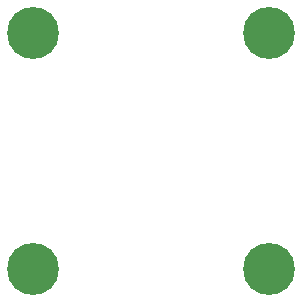
<source format=gbl>
%TF.GenerationSoftware,KiCad,Pcbnew,8.0.8*%
%TF.CreationDate,2025-01-29T17:01:18+00:00*%
%TF.ProjectId,ec30_2x2_lr_mh_0.1,65633330-5f32-4783-925f-6c725f6d685f,v0.1*%
%TF.SameCoordinates,PX8d24d00PY36d6160*%
%TF.FileFunction,Copper,L4,Bot*%
%TF.FilePolarity,Positive*%
%FSLAX46Y46*%
G04 Gerber Fmt 4.6, Leading zero omitted, Abs format (unit mm)*
G04 Created by KiCad (PCBNEW 8.0.8) date 2025-01-29 17:01:18*
%MOMM*%
%LPD*%
G01*
G04 APERTURE LIST*
%TA.AperFunction,ComponentPad*%
%ADD10C,4.400000*%
%TD*%
%TA.AperFunction,FiducialPad,Local*%
%ADD11C,4.400000*%
%TD*%
G04 APERTURE END LIST*
D10*
%TO.P,MH3,MH3,MH3*%
%TO.N,JD_PWR*%
X-10000800Y-10000800D03*
%TD*%
%TO.P,MH4,MH4,MH4*%
%TO.N,GND*%
X10000000Y-9999999D03*
%TD*%
%TO.P,MH2,MH2,MH2*%
%TO.N,GND*%
X10000000Y10000000D03*
%TD*%
D11*
%TO.P,MH1,MH1,MH1*%
%TO.N,JD_DATA*%
X-10000000Y10000001D03*
%TD*%
M02*

</source>
